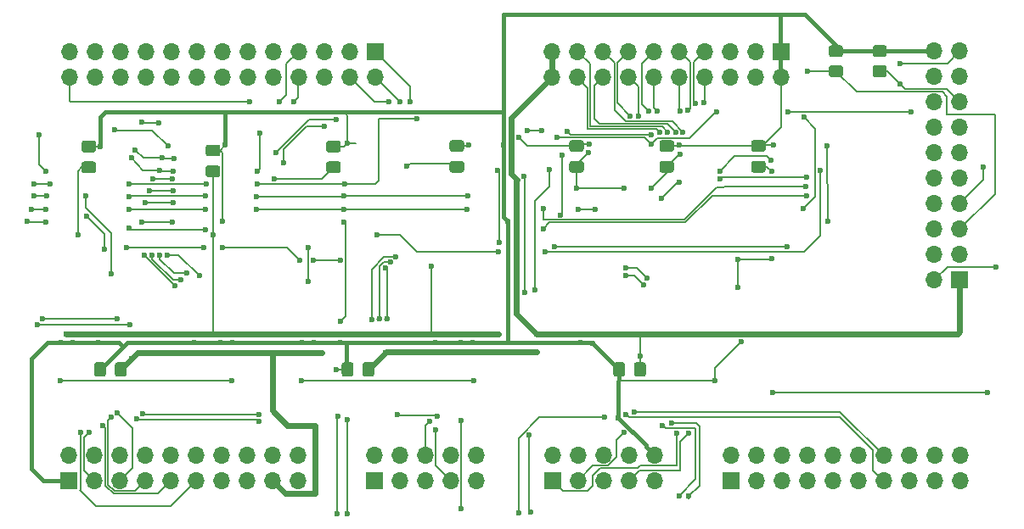
<source format=gbl>
G04 #@! TF.GenerationSoftware,KiCad,Pcbnew,(5.1.12-1-10_14)*
G04 #@! TF.CreationDate,2021-12-19T18:28:25-07:00*
G04 #@! TF.ProjectId,GenMemBlock,47656e4d-656d-4426-9c6f-636b2e6b6963,rev?*
G04 #@! TF.SameCoordinates,Original*
G04 #@! TF.FileFunction,Copper,L4,Bot*
G04 #@! TF.FilePolarity,Positive*
%FSLAX46Y46*%
G04 Gerber Fmt 4.6, Leading zero omitted, Abs format (unit mm)*
G04 Created by KiCad (PCBNEW (5.1.12-1-10_14)) date 2021-12-19 18:28:25*
%MOMM*%
%LPD*%
G01*
G04 APERTURE LIST*
G04 #@! TA.AperFunction,ComponentPad*
%ADD10O,1.700000X1.700000*%
G04 #@! TD*
G04 #@! TA.AperFunction,ComponentPad*
%ADD11R,1.700000X1.700000*%
G04 #@! TD*
G04 #@! TA.AperFunction,ViaPad*
%ADD12C,0.600000*%
G04 #@! TD*
G04 #@! TA.AperFunction,Conductor*
%ADD13C,0.127000*%
G04 #@! TD*
G04 #@! TA.AperFunction,Conductor*
%ADD14C,0.150000*%
G04 #@! TD*
G04 #@! TA.AperFunction,Conductor*
%ADD15C,0.600000*%
G04 #@! TD*
G04 #@! TA.AperFunction,Conductor*
%ADD16C,0.400000*%
G04 #@! TD*
G04 APERTURE END LIST*
D10*
X35789000Y-76690000D03*
X35789000Y-74150000D03*
X38329000Y-76690000D03*
X38329000Y-74150000D03*
X40869000Y-76690000D03*
X40869000Y-74150000D03*
X43409000Y-76690000D03*
X43409000Y-74150000D03*
X45949000Y-76690000D03*
X45949000Y-74150000D03*
X48489000Y-76690000D03*
X48489000Y-74150000D03*
X51029000Y-76690000D03*
X51029000Y-74150000D03*
X53569000Y-76690000D03*
X53569000Y-74150000D03*
X56109000Y-76690000D03*
X56109000Y-74150000D03*
X58649000Y-76690000D03*
X58649000Y-74150000D03*
X61189000Y-76690000D03*
X61189000Y-74150000D03*
X63729000Y-76690000D03*
X63729000Y-74150000D03*
X66269000Y-76690000D03*
D11*
X66269000Y-74150000D03*
G04 #@! TA.AperFunction,SMDPad,CuDef*
G36*
G01*
X38194000Y-84241000D02*
X37244000Y-84241000D01*
G75*
G02*
X36994000Y-83991000I0J250000D01*
G01*
X36994000Y-83316000D01*
G75*
G02*
X37244000Y-83066000I250000J0D01*
G01*
X38194000Y-83066000D01*
G75*
G02*
X38444000Y-83316000I0J-250000D01*
G01*
X38444000Y-83991000D01*
G75*
G02*
X38194000Y-84241000I-250000J0D01*
G01*
G37*
G04 #@! TD.AperFunction*
G04 #@! TA.AperFunction,SMDPad,CuDef*
G36*
G01*
X38194000Y-86316000D02*
X37244000Y-86316000D01*
G75*
G02*
X36994000Y-86066000I0J250000D01*
G01*
X36994000Y-85391000D01*
G75*
G02*
X37244000Y-85141000I250000J0D01*
G01*
X38194000Y-85141000D01*
G75*
G02*
X38444000Y-85391000I0J-250000D01*
G01*
X38444000Y-86066000D01*
G75*
G02*
X38194000Y-86316000I-250000J0D01*
G01*
G37*
G04 #@! TD.AperFunction*
D10*
X76327000Y-114503200D03*
X76327000Y-117043200D03*
X73787000Y-114503200D03*
X73787000Y-117043200D03*
X71247000Y-114503200D03*
X71247000Y-117043200D03*
X68707000Y-114503200D03*
X68707000Y-117043200D03*
X66167000Y-114503200D03*
D11*
X66167000Y-117043200D03*
G04 #@! TA.AperFunction,SMDPad,CuDef*
G36*
G01*
X74897000Y-84190200D02*
X73947000Y-84190200D01*
G75*
G02*
X73697000Y-83940200I0J250000D01*
G01*
X73697000Y-83265200D01*
G75*
G02*
X73947000Y-83015200I250000J0D01*
G01*
X74897000Y-83015200D01*
G75*
G02*
X75147000Y-83265200I0J-250000D01*
G01*
X75147000Y-83940200D01*
G75*
G02*
X74897000Y-84190200I-250000J0D01*
G01*
G37*
G04 #@! TD.AperFunction*
G04 #@! TA.AperFunction,SMDPad,CuDef*
G36*
G01*
X74897000Y-86265200D02*
X73947000Y-86265200D01*
G75*
G02*
X73697000Y-86015200I0J250000D01*
G01*
X73697000Y-85340200D01*
G75*
G02*
X73947000Y-85090200I250000J0D01*
G01*
X74897000Y-85090200D01*
G75*
G02*
X75147000Y-85340200I0J-250000D01*
G01*
X75147000Y-86015200D01*
G75*
G02*
X74897000Y-86265200I-250000J0D01*
G01*
G37*
G04 #@! TD.AperFunction*
G04 #@! TA.AperFunction,SMDPad,CuDef*
G36*
G01*
X94876600Y-85090200D02*
X95826600Y-85090200D01*
G75*
G02*
X96076600Y-85340200I0J-250000D01*
G01*
X96076600Y-86015200D01*
G75*
G02*
X95826600Y-86265200I-250000J0D01*
G01*
X94876600Y-86265200D01*
G75*
G02*
X94626600Y-86015200I0J250000D01*
G01*
X94626600Y-85340200D01*
G75*
G02*
X94876600Y-85090200I250000J0D01*
G01*
G37*
G04 #@! TD.AperFunction*
G04 #@! TA.AperFunction,SMDPad,CuDef*
G36*
G01*
X94876600Y-83015200D02*
X95826600Y-83015200D01*
G75*
G02*
X96076600Y-83265200I0J-250000D01*
G01*
X96076600Y-83940200D01*
G75*
G02*
X95826600Y-84190200I-250000J0D01*
G01*
X94876600Y-84190200D01*
G75*
G02*
X94626600Y-83940200I0J250000D01*
G01*
X94626600Y-83265200D01*
G75*
G02*
X94876600Y-83015200I250000J0D01*
G01*
G37*
G04 #@! TD.AperFunction*
G04 #@! TA.AperFunction,SMDPad,CuDef*
G36*
G01*
X92093200Y-106393000D02*
X92093200Y-105443000D01*
G75*
G02*
X92343200Y-105193000I250000J0D01*
G01*
X93018200Y-105193000D01*
G75*
G02*
X93268200Y-105443000I0J-250000D01*
G01*
X93268200Y-106393000D01*
G75*
G02*
X93018200Y-106643000I-250000J0D01*
G01*
X92343200Y-106643000D01*
G75*
G02*
X92093200Y-106393000I0J250000D01*
G01*
G37*
G04 #@! TD.AperFunction*
G04 #@! TA.AperFunction,SMDPad,CuDef*
G36*
G01*
X90018200Y-106393000D02*
X90018200Y-105443000D01*
G75*
G02*
X90268200Y-105193000I250000J0D01*
G01*
X90943200Y-105193000D01*
G75*
G02*
X91193200Y-105443000I0J-250000D01*
G01*
X91193200Y-106393000D01*
G75*
G02*
X90943200Y-106643000I-250000J0D01*
G01*
X90268200Y-106643000D01*
G75*
G02*
X90018200Y-106393000I0J250000D01*
G01*
G37*
G04 #@! TD.AperFunction*
G04 #@! TA.AperFunction,SMDPad,CuDef*
G36*
G01*
X40328000Y-106393000D02*
X40328000Y-105443000D01*
G75*
G02*
X40578000Y-105193000I250000J0D01*
G01*
X41253000Y-105193000D01*
G75*
G02*
X41503000Y-105443000I0J-250000D01*
G01*
X41503000Y-106393000D01*
G75*
G02*
X41253000Y-106643000I-250000J0D01*
G01*
X40578000Y-106643000D01*
G75*
G02*
X40328000Y-106393000I0J250000D01*
G01*
G37*
G04 #@! TD.AperFunction*
G04 #@! TA.AperFunction,SMDPad,CuDef*
G36*
G01*
X38253000Y-106393000D02*
X38253000Y-105443000D01*
G75*
G02*
X38503000Y-105193000I250000J0D01*
G01*
X39178000Y-105193000D01*
G75*
G02*
X39428000Y-105443000I0J-250000D01*
G01*
X39428000Y-106393000D01*
G75*
G02*
X39178000Y-106643000I-250000J0D01*
G01*
X38503000Y-106643000D01*
G75*
G02*
X38253000Y-106393000I0J250000D01*
G01*
G37*
G04 #@! TD.AperFunction*
G04 #@! TA.AperFunction,SMDPad,CuDef*
G36*
G01*
X65016800Y-106393000D02*
X65016800Y-105443000D01*
G75*
G02*
X65266800Y-105193000I250000J0D01*
G01*
X65941800Y-105193000D01*
G75*
G02*
X66191800Y-105443000I0J-250000D01*
G01*
X66191800Y-106393000D01*
G75*
G02*
X65941800Y-106643000I-250000J0D01*
G01*
X65266800Y-106643000D01*
G75*
G02*
X65016800Y-106393000I0J250000D01*
G01*
G37*
G04 #@! TD.AperFunction*
G04 #@! TA.AperFunction,SMDPad,CuDef*
G36*
G01*
X62941800Y-106393000D02*
X62941800Y-105443000D01*
G75*
G02*
X63191800Y-105193000I250000J0D01*
G01*
X63866800Y-105193000D01*
G75*
G02*
X64116800Y-105443000I0J-250000D01*
G01*
X64116800Y-106393000D01*
G75*
G02*
X63866800Y-106643000I-250000J0D01*
G01*
X63191800Y-106643000D01*
G75*
G02*
X62941800Y-106393000I0J250000D01*
G01*
G37*
G04 #@! TD.AperFunction*
G04 #@! TA.AperFunction,SMDPad,CuDef*
G36*
G01*
X85885000Y-85090200D02*
X86835000Y-85090200D01*
G75*
G02*
X87085000Y-85340200I0J-250000D01*
G01*
X87085000Y-86015200D01*
G75*
G02*
X86835000Y-86265200I-250000J0D01*
G01*
X85885000Y-86265200D01*
G75*
G02*
X85635000Y-86015200I0J250000D01*
G01*
X85635000Y-85340200D01*
G75*
G02*
X85885000Y-85090200I250000J0D01*
G01*
G37*
G04 #@! TD.AperFunction*
G04 #@! TA.AperFunction,SMDPad,CuDef*
G36*
G01*
X85885000Y-83015200D02*
X86835000Y-83015200D01*
G75*
G02*
X87085000Y-83265200I0J-250000D01*
G01*
X87085000Y-83940200D01*
G75*
G02*
X86835000Y-84190200I-250000J0D01*
G01*
X85885000Y-84190200D01*
G75*
G02*
X85635000Y-83940200I0J250000D01*
G01*
X85635000Y-83265200D01*
G75*
G02*
X85885000Y-83015200I250000J0D01*
G01*
G37*
G04 #@! TD.AperFunction*
G04 #@! TA.AperFunction,SMDPad,CuDef*
G36*
G01*
X104970600Y-84190200D02*
X104020600Y-84190200D01*
G75*
G02*
X103770600Y-83940200I0J250000D01*
G01*
X103770600Y-83265200D01*
G75*
G02*
X104020600Y-83015200I250000J0D01*
G01*
X104970600Y-83015200D01*
G75*
G02*
X105220600Y-83265200I0J-250000D01*
G01*
X105220600Y-83940200D01*
G75*
G02*
X104970600Y-84190200I-250000J0D01*
G01*
G37*
G04 #@! TD.AperFunction*
G04 #@! TA.AperFunction,SMDPad,CuDef*
G36*
G01*
X104970600Y-86265200D02*
X104020600Y-86265200D01*
G75*
G02*
X103770600Y-86015200I0J250000D01*
G01*
X103770600Y-85340200D01*
G75*
G02*
X104020600Y-85090200I250000J0D01*
G01*
X104970600Y-85090200D01*
G75*
G02*
X105220600Y-85340200I0J-250000D01*
G01*
X105220600Y-86015200D01*
G75*
G02*
X104970600Y-86265200I-250000J0D01*
G01*
G37*
G04 #@! TD.AperFunction*
G04 #@! TA.AperFunction,SMDPad,CuDef*
G36*
G01*
X50576500Y-84640000D02*
X49626500Y-84640000D01*
G75*
G02*
X49376500Y-84390000I0J250000D01*
G01*
X49376500Y-83715000D01*
G75*
G02*
X49626500Y-83465000I250000J0D01*
G01*
X50576500Y-83465000D01*
G75*
G02*
X50826500Y-83715000I0J-250000D01*
G01*
X50826500Y-84390000D01*
G75*
G02*
X50576500Y-84640000I-250000J0D01*
G01*
G37*
G04 #@! TD.AperFunction*
G04 #@! TA.AperFunction,SMDPad,CuDef*
G36*
G01*
X50576500Y-86715000D02*
X49626500Y-86715000D01*
G75*
G02*
X49376500Y-86465000I0J250000D01*
G01*
X49376500Y-85790000D01*
G75*
G02*
X49626500Y-85540000I250000J0D01*
G01*
X50576500Y-85540000D01*
G75*
G02*
X50826500Y-85790000I0J-250000D01*
G01*
X50826500Y-86465000D01*
G75*
G02*
X50576500Y-86715000I-250000J0D01*
G01*
G37*
G04 #@! TD.AperFunction*
G04 #@! TA.AperFunction,SMDPad,CuDef*
G36*
G01*
X62590700Y-84241000D02*
X61640700Y-84241000D01*
G75*
G02*
X61390700Y-83991000I0J250000D01*
G01*
X61390700Y-83316000D01*
G75*
G02*
X61640700Y-83066000I250000J0D01*
G01*
X62590700Y-83066000D01*
G75*
G02*
X62840700Y-83316000I0J-250000D01*
G01*
X62840700Y-83991000D01*
G75*
G02*
X62590700Y-84241000I-250000J0D01*
G01*
G37*
G04 #@! TD.AperFunction*
G04 #@! TA.AperFunction,SMDPad,CuDef*
G36*
G01*
X62590700Y-86316000D02*
X61640700Y-86316000D01*
G75*
G02*
X61390700Y-86066000I0J250000D01*
G01*
X61390700Y-85391000D01*
G75*
G02*
X61640700Y-85141000I250000J0D01*
G01*
X62590700Y-85141000D01*
G75*
G02*
X62840700Y-85391000I0J-250000D01*
G01*
X62840700Y-86066000D01*
G75*
G02*
X62590700Y-86316000I-250000J0D01*
G01*
G37*
G04 #@! TD.AperFunction*
D10*
X94107000Y-114503200D03*
X94107000Y-117043200D03*
X91567000Y-114503200D03*
X91567000Y-117043200D03*
X89027000Y-114503200D03*
X89027000Y-117043200D03*
X86487000Y-114503200D03*
X86487000Y-117043200D03*
X83947000Y-114503200D03*
D11*
X83947000Y-117043200D03*
D10*
X124587000Y-114503200D03*
X124587000Y-117043200D03*
X122047000Y-114503200D03*
X122047000Y-117043200D03*
X119507000Y-114503200D03*
X119507000Y-117043200D03*
X116967000Y-114503200D03*
X116967000Y-117043200D03*
X114427000Y-114503200D03*
X114427000Y-117043200D03*
X111887000Y-114503200D03*
X111887000Y-117043200D03*
X109347000Y-114503200D03*
X109347000Y-117043200D03*
X106807000Y-114503200D03*
X106807000Y-117043200D03*
X104267000Y-114503200D03*
X104267000Y-117043200D03*
X101727000Y-114503200D03*
D11*
X101727000Y-117043200D03*
D10*
X58572400Y-114503200D03*
X58572400Y-117043200D03*
X56032400Y-114503200D03*
X56032400Y-117043200D03*
X53492400Y-114503200D03*
X53492400Y-117043200D03*
X50952400Y-114503200D03*
X50952400Y-117043200D03*
X48412400Y-114503200D03*
X48412400Y-117043200D03*
X45872400Y-114503200D03*
X45872400Y-117043200D03*
X43332400Y-114503200D03*
X43332400Y-117043200D03*
X40792400Y-114503200D03*
X40792400Y-117043200D03*
X38252400Y-114503200D03*
X38252400Y-117043200D03*
X35712400Y-114503200D03*
D11*
X35712400Y-117043200D03*
D10*
X83921600Y-76690000D03*
X83921600Y-74150000D03*
X86461600Y-76690000D03*
X86461600Y-74150000D03*
X89001600Y-76690000D03*
X89001600Y-74150000D03*
X91541600Y-76690000D03*
X91541600Y-74150000D03*
X94081600Y-76690000D03*
X94081600Y-74150000D03*
X96621600Y-76690000D03*
X96621600Y-74150000D03*
X99161600Y-76690000D03*
X99161600Y-74150000D03*
X101701600Y-76690000D03*
X101701600Y-74150000D03*
X104241600Y-76690000D03*
X104241600Y-74150000D03*
X106781600Y-76690000D03*
D11*
X106781600Y-74150000D03*
D10*
X122037000Y-74140000D03*
X124577000Y-74140000D03*
X122037000Y-76680000D03*
X124577000Y-76680000D03*
X122037000Y-79220000D03*
X124577000Y-79220000D03*
X122037000Y-81760000D03*
X124577000Y-81760000D03*
X122037000Y-84300000D03*
X124577000Y-84300000D03*
X122037000Y-86840000D03*
X124577000Y-86840000D03*
X122037000Y-89380000D03*
X124577000Y-89380000D03*
X122037000Y-91920000D03*
X124577000Y-91920000D03*
X122037000Y-94460000D03*
X124577000Y-94460000D03*
X122037000Y-97000000D03*
D11*
X124577000Y-97000000D03*
G04 #@! TA.AperFunction,SMDPad,CuDef*
G36*
G01*
X112667201Y-74733200D02*
X111767199Y-74733200D01*
G75*
G02*
X111517200Y-74483201I0J249999D01*
G01*
X111517200Y-73783199D01*
G75*
G02*
X111767199Y-73533200I249999J0D01*
G01*
X112667201Y-73533200D01*
G75*
G02*
X112917200Y-73783199I0J-249999D01*
G01*
X112917200Y-74483201D01*
G75*
G02*
X112667201Y-74733200I-249999J0D01*
G01*
G37*
G04 #@! TD.AperFunction*
G04 #@! TA.AperFunction,SMDPad,CuDef*
G36*
G01*
X112667201Y-76733200D02*
X111767199Y-76733200D01*
G75*
G02*
X111517200Y-76483201I0J249999D01*
G01*
X111517200Y-75783199D01*
G75*
G02*
X111767199Y-75533200I249999J0D01*
G01*
X112667201Y-75533200D01*
G75*
G02*
X112917200Y-75783199I0J-249999D01*
G01*
X112917200Y-76483201D01*
G75*
G02*
X112667201Y-76733200I-249999J0D01*
G01*
G37*
G04 #@! TD.AperFunction*
G04 #@! TA.AperFunction,SMDPad,CuDef*
G36*
G01*
X117036001Y-74733200D02*
X116135999Y-74733200D01*
G75*
G02*
X115886000Y-74483201I0J249999D01*
G01*
X115886000Y-73783199D01*
G75*
G02*
X116135999Y-73533200I249999J0D01*
G01*
X117036001Y-73533200D01*
G75*
G02*
X117286000Y-73783199I0J-249999D01*
G01*
X117286000Y-74483201D01*
G75*
G02*
X117036001Y-74733200I-249999J0D01*
G01*
G37*
G04 #@! TD.AperFunction*
G04 #@! TA.AperFunction,SMDPad,CuDef*
G36*
G01*
X117036001Y-76733200D02*
X116135999Y-76733200D01*
G75*
G02*
X115886000Y-76483201I0J249999D01*
G01*
X115886000Y-75783199D01*
G75*
G02*
X116135999Y-75533200I249999J0D01*
G01*
X117036001Y-75533200D01*
G75*
G02*
X117286000Y-75783199I0J-249999D01*
G01*
X117286000Y-76483201D01*
G75*
G02*
X117036001Y-76733200I-249999J0D01*
G01*
G37*
G04 #@! TD.AperFunction*
D12*
X94640400Y-82194400D03*
X105714808Y-85039200D03*
X100634800Y-86105996D03*
X93544631Y-80094187D03*
X94437200Y-80094187D03*
X91729436Y-80602209D03*
X92506800Y-80602209D03*
X96977200Y-82194400D03*
X96250189Y-82193269D03*
X95453200Y-82194400D03*
X88239600Y-89966800D03*
X86512400Y-89966800D03*
X96674349Y-80096035D03*
X81178398Y-98229765D03*
X81127600Y-86614000D03*
X82245200Y-97975754D03*
X83667600Y-85953600D03*
X82905600Y-82042000D03*
X81432400Y-82042000D03*
X98241448Y-79346620D03*
X93037031Y-97457523D03*
X91276803Y-96531600D03*
X99060000Y-79298800D03*
X93379157Y-96816043D03*
X91290150Y-95804711D03*
X97485200Y-80060800D03*
X36626800Y-92456000D03*
X82346800Y-102362000D03*
X82346800Y-104140000D03*
X67310000Y-104241600D03*
X60960014Y-104241600D03*
X35509200Y-102362000D03*
X36830000Y-102362000D03*
X41249600Y-102362000D03*
X45669200Y-102362000D03*
X50139600Y-102362000D03*
X51460400Y-102362000D03*
X41971550Y-104861950D03*
X45720000Y-104241600D03*
X50698400Y-104241600D03*
X69748400Y-104140000D03*
X74879200Y-104140000D03*
X75539600Y-102362000D03*
X74218800Y-102362000D03*
X92680700Y-104575700D03*
X93167200Y-102362000D03*
X88696800Y-102362000D03*
X87376000Y-102362000D03*
X102057200Y-102362000D03*
X97637600Y-102362000D03*
X78536800Y-102412800D03*
X50088800Y-92506800D03*
X59639200Y-93776800D03*
X59639200Y-97129600D03*
X69799200Y-102362000D03*
X56184800Y-86868000D03*
X103378000Y-102362000D03*
X69410290Y-85648802D03*
X86360000Y-87782400D03*
X87579200Y-84226400D03*
X93776800Y-87833200D03*
X71882000Y-95605600D03*
X102412800Y-94894400D03*
X102412800Y-97704277D03*
X105816400Y-94843600D03*
X91135200Y-87832700D03*
X80400598Y-86969600D03*
X96672404Y-84429600D03*
X105816400Y-86156798D03*
X81584800Y-112471200D03*
X81751449Y-120192809D03*
X89154000Y-110693200D03*
X80568800Y-120243600D03*
X91287600Y-110388400D03*
X92113455Y-110146856D03*
X91059000Y-112242600D03*
X96570800Y-118567200D03*
X94945200Y-111506000D03*
X97536000Y-118567200D03*
X95853882Y-111279580D03*
X96316800Y-112301310D03*
X97553490Y-112301310D03*
X118584690Y-77368400D03*
X109224800Y-87625200D03*
X83058000Y-89814400D03*
X49377600Y-89916000D03*
X54457600Y-89916000D03*
X63195200Y-89916000D03*
X41724279Y-89916000D03*
X108966000Y-89865200D03*
X75438000Y-89916002D03*
X93776800Y-82448400D03*
X109016800Y-80721200D03*
X84937600Y-84480400D03*
X85445600Y-82143600D03*
X84785200Y-90492279D03*
X128219200Y-95656400D03*
X54762400Y-82346800D03*
X54508400Y-86106000D03*
X51308000Y-83515200D03*
X38825300Y-83653500D03*
X60198000Y-103225600D03*
X59029600Y-103225600D03*
X36169600Y-103225600D03*
X34950400Y-103225600D03*
X50850800Y-103225600D03*
X52070000Y-103225600D03*
X48260000Y-103225600D03*
X38709600Y-103225600D03*
X72339200Y-103225600D03*
X62382400Y-105968800D03*
X62788800Y-103225600D03*
X76047600Y-103225600D03*
X74828400Y-103225600D03*
X87974850Y-103287150D03*
X100134500Y-107078700D03*
X51028600Y-91109802D03*
X63491242Y-83320756D03*
X62839600Y-101092000D03*
X63195199Y-91186000D03*
X106019600Y-83515200D03*
X102768400Y-103124000D03*
X86766400Y-103225600D03*
X75641200Y-83515200D03*
X87630000Y-83413600D03*
X79502000Y-91135200D03*
X96621600Y-83464398D03*
X90525600Y-110744000D03*
X111404400Y-91135200D03*
X111353600Y-83566000D03*
X49428400Y-87376000D03*
X54508400Y-87376000D03*
X63246000Y-87376004D03*
X70459600Y-80873600D03*
X109372400Y-76149200D03*
X41724279Y-87376000D03*
X53797200Y-79197200D03*
X46075600Y-91186000D03*
X43010110Y-91186000D03*
X46177200Y-89255600D03*
X43383200Y-89255600D03*
X44704000Y-81330800D03*
X43018843Y-81237957D03*
X46126400Y-88087200D03*
X43738800Y-88087200D03*
X46278800Y-97536000D03*
X43281600Y-94488000D03*
X46075600Y-86868000D03*
X44094402Y-86868000D03*
X46926500Y-96939100D03*
X44061572Y-94476586D03*
X46126400Y-86106000D03*
X44754800Y-86004400D03*
X41960800Y-84785200D03*
X44788490Y-94488314D03*
X47488005Y-96312390D03*
X46193011Y-84836000D03*
X45077090Y-84785200D03*
X42349710Y-83972400D03*
X48768000Y-96570800D03*
X45567600Y-94488000D03*
X45593000Y-83591400D03*
X40335200Y-81991200D03*
X62382400Y-80939410D03*
X56388000Y-84277210D03*
X61214000Y-81635600D03*
X57150000Y-85293200D03*
X56692800Y-79197200D03*
X58166000Y-79197200D03*
X33477200Y-91186000D03*
X31597600Y-91135200D03*
X33477200Y-89916000D03*
X32037310Y-89916000D03*
X39306500Y-93891100D03*
X32291321Y-88544399D03*
X33526344Y-88595200D03*
X37490396Y-90576400D03*
X39941500Y-96405700D03*
X37388800Y-88595200D03*
X33832812Y-87376000D03*
X32291313Y-87372986D03*
X40538400Y-100838000D03*
X33104110Y-100838000D03*
X33426388Y-86106000D03*
X32799343Y-82499200D03*
X41846500Y-101434900D03*
X32613600Y-101447604D03*
X93801700Y-83387700D03*
X84378800Y-82753200D03*
X100330000Y-80162400D03*
X119735600Y-80162400D03*
X107442000Y-80162400D03*
X109270800Y-86715600D03*
X118584690Y-75336400D03*
X36880800Y-112166400D03*
X39116000Y-111556800D03*
X39928800Y-110693200D03*
X40576500Y-110274100D03*
X37795200Y-112166400D03*
X54660802Y-111132899D03*
X42463775Y-110847364D03*
X54666437Y-110405909D03*
X43116500Y-110299504D03*
X72440800Y-110617000D03*
X68529200Y-110439200D03*
X72288400Y-111963208D03*
X71736943Y-111073657D03*
X74828400Y-111048800D03*
X74828400Y-119786400D03*
X49377599Y-88595199D03*
X54457600Y-88646000D03*
X63195200Y-88595200D03*
X41724279Y-88646000D03*
X75488800Y-88595200D03*
X109270800Y-88595200D03*
X83058000Y-91846400D03*
X67614800Y-79197200D03*
X67441159Y-100889084D03*
X67324557Y-95737312D03*
X68732400Y-79197200D03*
X66714158Y-100884994D03*
X67816708Y-95202211D03*
X34861500Y-107048300D03*
X51968400Y-107035600D03*
X58928000Y-107035600D03*
X76098400Y-107035600D03*
X105918000Y-108254800D03*
X127355600Y-108254800D03*
X126949200Y-85699600D03*
X69748400Y-79197200D03*
X65938402Y-100939600D03*
X68329916Y-94687270D03*
X62534800Y-110591600D03*
X62484000Y-120294400D03*
X63500000Y-110947200D03*
X63500000Y-120294400D03*
X66497200Y-92456000D03*
X78587600Y-94183200D03*
X83261203Y-94183203D03*
X110675710Y-86055202D03*
X107340400Y-93624400D03*
X84175600Y-93624400D03*
X78638400Y-93268800D03*
X49326802Y-91948000D03*
X41775079Y-91795600D03*
X41452800Y-93726000D03*
X49174400Y-93726000D03*
X51054000Y-93726000D03*
X58724800Y-94996000D03*
X60131323Y-94996000D03*
X62806290Y-94995991D03*
X79079790Y-83515200D03*
X80568800Y-82753200D03*
X100634800Y-86918800D03*
X78468590Y-86055200D03*
X94792800Y-88849200D03*
X96570800Y-87223600D03*
D13*
X86327200Y-76690000D02*
X87426800Y-77789600D01*
X87426800Y-77789600D02*
X87426800Y-81889600D01*
X94340401Y-81894401D02*
X94640400Y-82194400D01*
X87431601Y-81894401D02*
X94340401Y-81894401D01*
X87426800Y-81889600D02*
X87431601Y-81894401D01*
X105714808Y-85039200D02*
X105298022Y-84622414D01*
X102118382Y-84622414D02*
X100634800Y-86105996D01*
X105298022Y-84622414D02*
X102118382Y-84622414D01*
X92862400Y-75369200D02*
X94081600Y-74150000D01*
X92862400Y-79411956D02*
X92862400Y-75369200D01*
X93544631Y-80094187D02*
X92862400Y-79411956D01*
X94081600Y-79738587D02*
X94437200Y-80094187D01*
X94081600Y-76690000D02*
X94081600Y-79738587D01*
X90424000Y-75267600D02*
X91541600Y-74150000D01*
X90424000Y-79296773D02*
X90424000Y-75267600D01*
X91729436Y-80602209D02*
X90424000Y-79296773D01*
X92506800Y-77655200D02*
X91541600Y-76690000D01*
X92506800Y-80602209D02*
X92506800Y-77655200D01*
X90170000Y-80019138D02*
X91278440Y-81127578D01*
X91278440Y-81127578D02*
X95910378Y-81127578D01*
X95910378Y-81127578D02*
X96977200Y-82194400D01*
X90170000Y-75318400D02*
X90170000Y-80019138D01*
X89001600Y-74150000D02*
X90170000Y-75318400D01*
X89001600Y-76690000D02*
X88151601Y-77539999D01*
X88151601Y-77539999D02*
X88151601Y-80864474D01*
X95438509Y-81381589D02*
X96250189Y-82193269D01*
X88668716Y-81381589D02*
X95438509Y-81381589D01*
X88151601Y-80864474D02*
X88668716Y-81381589D01*
X87680802Y-75369202D02*
X87680802Y-81635600D01*
X87680802Y-81635600D02*
X94894400Y-81635600D01*
X94894400Y-81635600D02*
X95453200Y-82194400D01*
X86461600Y-74150000D02*
X87680802Y-75369202D01*
X88239600Y-89966800D02*
X86512400Y-89966800D01*
X86512400Y-89966800D02*
X86563200Y-89966800D01*
X96621600Y-80043286D02*
X96674349Y-80096035D01*
X96621600Y-76690000D02*
X96621600Y-80043286D01*
X81178398Y-86664798D02*
X81127600Y-86614000D01*
X81178398Y-98229765D02*
X81178398Y-86664798D01*
X83667600Y-87630000D02*
X83667600Y-85953600D01*
X82245200Y-89052400D02*
X83667600Y-87630000D01*
X82245200Y-97975754D02*
X82245200Y-89052400D01*
X82905600Y-82042000D02*
X81432400Y-82042000D01*
X81432400Y-82042000D02*
X81432400Y-82042000D01*
X98077310Y-79182482D02*
X98241448Y-79346620D01*
X99161600Y-74150000D02*
X98077310Y-75234290D01*
X98077310Y-75234290D02*
X98077310Y-79182482D01*
X93037031Y-97457523D02*
X92111108Y-96531600D01*
X92111108Y-96531600D02*
X91276803Y-96531600D01*
X99161600Y-76690000D02*
X99161600Y-79197200D01*
X99161600Y-79197200D02*
X99060000Y-79298800D01*
X92367825Y-95804711D02*
X91290150Y-95804711D01*
X93379157Y-96816043D02*
X92367825Y-95804711D01*
X96621600Y-74150000D02*
X97688400Y-75216800D01*
X97688400Y-79857600D02*
X97485200Y-80060800D01*
X97688400Y-75216800D02*
X97688400Y-79857600D01*
D14*
X50088800Y-86140200D02*
X50101500Y-86127500D01*
X36626800Y-92456000D02*
X36626800Y-92456000D01*
D15*
X124577000Y-97000000D02*
X124577000Y-102143400D01*
X124577000Y-102143400D02*
X124358400Y-102362000D01*
X82346800Y-102362000D02*
X82346800Y-102362000D01*
D13*
X92680700Y-102492900D02*
X92811600Y-102362000D01*
X92680700Y-105918000D02*
X92680700Y-104575700D01*
D15*
X92811600Y-102362000D02*
X88696800Y-102362000D01*
X124358400Y-102362000D02*
X103378000Y-102362000D01*
X67382300Y-104140000D02*
X67310000Y-104241600D01*
X82346800Y-104140000D02*
X74879200Y-104140000D01*
X67310000Y-104241600D02*
X65604300Y-105918000D01*
X42591900Y-104241600D02*
X41971550Y-104861950D01*
X56032400Y-104241600D02*
X50698400Y-104241600D01*
X60299600Y-118313200D02*
X60299600Y-111506000D01*
X56032400Y-110032800D02*
X56032400Y-104241600D01*
X60292599Y-118320201D02*
X60299600Y-118313200D01*
X57309401Y-118320201D02*
X60292599Y-118320201D01*
X60299600Y-111506000D02*
X57505600Y-111506000D01*
X57505600Y-111506000D02*
X56032400Y-110032800D01*
X56032400Y-117043200D02*
X57309401Y-118320201D01*
X56032400Y-104241600D02*
X60960014Y-104241600D01*
X35509200Y-102362000D02*
X35509200Y-102362000D01*
X36830000Y-102362000D02*
X35509200Y-102362000D01*
X41249600Y-102362000D02*
X36830000Y-102362000D01*
X45669200Y-102362000D02*
X41249600Y-102362000D01*
X50139600Y-102362000D02*
X45669200Y-102362000D01*
X51460400Y-102362000D02*
X50139600Y-102362000D01*
X41971550Y-104861950D02*
X40915500Y-105918000D01*
X45720000Y-104241600D02*
X42591900Y-104241600D01*
X50698400Y-104241600D02*
X45720000Y-104241600D01*
X69748400Y-104140000D02*
X67382300Y-104140000D01*
X74879200Y-104140000D02*
X69748400Y-104140000D01*
X75539600Y-102362000D02*
X74218800Y-102362000D01*
D13*
X92680700Y-104575700D02*
X92680700Y-102492900D01*
D15*
X93167200Y-102362000D02*
X92811600Y-102362000D01*
X88696800Y-102362000D02*
X87376000Y-102362000D01*
X87376000Y-102362000D02*
X82346800Y-102362000D01*
X102057200Y-102362000D02*
X97637600Y-102362000D01*
X97637600Y-102362000D02*
X93167200Y-102362000D01*
X83921600Y-74150000D02*
X83921600Y-76690000D01*
X75539600Y-102362000D02*
X78486000Y-102362000D01*
X78486000Y-102362000D02*
X78536800Y-102412800D01*
D14*
X36626800Y-86095700D02*
X36626800Y-92456000D01*
X36994000Y-85728500D02*
X36626800Y-86095700D01*
X37719000Y-85728500D02*
X36994000Y-85728500D01*
D13*
X50088800Y-92506800D02*
X50101500Y-92494100D01*
X50088800Y-102311200D02*
X50139600Y-102362000D01*
X50101500Y-86127500D02*
X50088800Y-92506800D01*
X50088800Y-92506800D02*
X50088800Y-102311200D01*
X59639200Y-93776800D02*
X59639200Y-93776800D01*
X59639200Y-93776800D02*
X59639200Y-97129600D01*
X59639200Y-97129600D02*
X59639200Y-97129600D01*
D15*
X69799200Y-102362000D02*
X51460400Y-102362000D01*
D13*
X62115700Y-85728500D02*
X61832800Y-85445600D01*
X60976200Y-86868000D02*
X56184800Y-86868000D01*
X62115700Y-85728500D02*
X60976200Y-86868000D01*
X104881600Y-85677700D02*
X104981700Y-85677700D01*
X104881600Y-85677700D02*
X104881600Y-85933200D01*
X102412800Y-96977200D02*
X102412800Y-96977200D01*
D15*
X103378000Y-102362000D02*
X102057200Y-102362000D01*
X74218800Y-102362000D02*
X71628000Y-102362000D01*
X71628000Y-102362000D02*
X69799200Y-102362000D01*
D13*
X69449680Y-85677700D02*
X69439188Y-85677700D01*
X69439188Y-85677700D02*
X69410290Y-85648802D01*
X69732580Y-85394800D02*
X69449680Y-85677700D01*
X74139100Y-85394800D02*
X69732580Y-85394800D01*
X74422000Y-85677700D02*
X74139100Y-85394800D01*
X86360000Y-85677700D02*
X86360000Y-87782400D01*
X86360000Y-87782400D02*
X86360000Y-87782400D01*
X86360000Y-85677700D02*
X86360000Y-85496400D01*
X86360000Y-85677700D02*
X86360000Y-85445600D01*
X86360000Y-85445600D02*
X87579200Y-84226400D01*
X87579200Y-84226400D02*
X87579200Y-84226400D01*
X95351600Y-85677700D02*
X95351600Y-86258400D01*
X95351600Y-86258400D02*
X93776800Y-87833200D01*
X93776800Y-87833200D02*
X93776800Y-87833200D01*
X71882000Y-96029864D02*
X71882000Y-95605600D01*
X71628000Y-102362000D02*
X71882000Y-102108000D01*
X71882000Y-102108000D02*
X71882000Y-96029864D01*
X102412800Y-97704277D02*
X102412800Y-94894400D01*
X102412800Y-94894400D02*
X105765600Y-94894400D01*
X105765600Y-94894400D02*
X105816400Y-94843600D01*
X95351600Y-85677700D02*
X96599700Y-84429600D01*
X96599700Y-84429600D02*
X96672404Y-84429600D01*
X105794500Y-86134898D02*
X105816400Y-86156798D01*
X104495600Y-85677700D02*
X105337302Y-85677700D01*
X105337302Y-85677700D02*
X105816400Y-86156798D01*
X81584800Y-119735600D02*
X81584800Y-119735600D01*
X81584800Y-120026160D02*
X81751449Y-120192809D01*
X81584800Y-112471200D02*
X81584800Y-120026160D01*
X89154000Y-110693200D02*
X82636858Y-110693200D01*
X82636858Y-110693200D02*
X80568800Y-112761258D01*
X80568800Y-112761258D02*
X80568800Y-120243600D01*
X91287600Y-110388400D02*
X91287600Y-110388400D01*
X91287600Y-110388400D02*
X91287600Y-110388400D01*
X116967000Y-117043200D02*
X115926499Y-116002699D01*
X115926499Y-116002699D02*
X115926499Y-114003759D01*
X112611139Y-110688399D02*
X91587599Y-110688399D01*
X115926499Y-114003759D02*
X112611139Y-110688399D01*
X91587599Y-110688399D02*
X91287600Y-110388400D01*
X116967000Y-114503200D02*
X112610656Y-110146856D01*
X112610656Y-110146856D02*
X92113455Y-110146856D01*
X91059000Y-112242600D02*
X90526499Y-112775101D01*
X91084400Y-112217200D02*
X91059000Y-112242600D01*
X89526441Y-115543701D02*
X90373200Y-114696942D01*
X90373200Y-114696942D02*
X90373200Y-112928400D01*
X87986499Y-115543701D02*
X89526441Y-115543701D01*
X90373200Y-112928400D02*
X91084400Y-112217200D01*
X86487000Y-117043200D02*
X87986499Y-115543701D01*
X96570800Y-118567200D02*
X96570800Y-118567200D01*
X98247200Y-111829359D02*
X98223840Y-111805999D01*
X98223840Y-111805999D02*
X95245199Y-111805999D01*
X98247200Y-116890800D02*
X98247200Y-111829359D01*
X95245199Y-111805999D02*
X94945200Y-111506000D01*
X96570800Y-118567200D02*
X98247200Y-116890800D01*
X97536000Y-118567200D02*
X97536000Y-118821200D01*
X98293146Y-111279580D02*
X95853882Y-111279580D01*
X98602800Y-117500400D02*
X98602800Y-111589234D01*
X98602800Y-111589234D02*
X98293146Y-111279580D01*
X97536000Y-118567200D02*
X98602800Y-117500400D01*
X92707275Y-115543701D02*
X96316800Y-115543701D01*
X84987501Y-118083701D02*
X87445439Y-118083701D01*
X92453265Y-115797711D02*
X92707275Y-115543701D01*
X87445439Y-118083701D02*
X87986499Y-117542641D01*
X83947000Y-117043200D02*
X84987501Y-118083701D01*
X87986499Y-117542641D02*
X87986499Y-116543759D01*
X87986499Y-116543759D02*
X88732547Y-115797711D01*
X88732547Y-115797711D02*
X92453265Y-115797711D01*
X96316800Y-115543701D02*
X96316800Y-112301310D01*
X96723200Y-115976400D02*
X96723200Y-113131600D01*
X92633800Y-115976400D02*
X96723200Y-115976400D01*
X91567000Y-117043200D02*
X92633800Y-115976400D01*
X96723200Y-113131600D02*
X97553490Y-112301310D01*
X124577000Y-79220000D02*
X123282489Y-77925489D01*
X117349490Y-76133200D02*
X118584690Y-77368400D01*
X119141779Y-77925489D02*
X118584690Y-77368400D01*
X116586000Y-76133200D02*
X117349490Y-76133200D01*
X123282489Y-77925489D02*
X119141779Y-77925489D01*
X83058011Y-90982789D02*
X83058000Y-90982800D01*
X83058000Y-90982800D02*
X83058000Y-90982800D01*
X83058011Y-89814411D02*
X83058000Y-89814400D01*
X83058011Y-90982789D02*
X83058011Y-89814411D01*
X49377600Y-89916000D02*
X49377600Y-89916000D01*
X62941200Y-89916000D02*
X62941200Y-89916000D01*
X54457600Y-89916000D02*
X63195200Y-89916000D01*
X49377600Y-89916000D02*
X41724279Y-89916000D01*
X75488800Y-89916000D02*
X75438002Y-89916000D01*
X75437998Y-89916000D02*
X75438000Y-89916002D01*
X75438002Y-89916000D02*
X75438000Y-89916002D01*
X63195200Y-89916000D02*
X75437998Y-89916000D01*
X110185200Y-88646000D02*
X108966000Y-89865200D01*
X110185200Y-81889600D02*
X110185200Y-88646000D01*
X109016800Y-80721200D02*
X110185200Y-81889600D01*
X93776800Y-82448400D02*
X85750400Y-82448400D01*
X85750400Y-82448400D02*
X85445600Y-82143600D01*
X84937600Y-90339879D02*
X84785200Y-90492279D01*
X84937600Y-84480400D02*
X84937600Y-90339879D01*
X123380600Y-95656400D02*
X122037000Y-97000000D01*
X128219200Y-95656400D02*
X123380600Y-95656400D01*
X54762400Y-85852000D02*
X54508400Y-86106000D01*
X54762400Y-82346800D02*
X54762400Y-85852000D01*
D14*
X50101500Y-84052500D02*
X50770700Y-84052500D01*
X50770700Y-84052500D02*
X51308000Y-83515200D01*
X51308000Y-83515200D02*
X51308000Y-83515200D01*
X37719000Y-83653500D02*
X37719000Y-83591400D01*
X37719000Y-83591400D02*
X37744400Y-83616800D01*
X37719000Y-83653500D02*
X38825300Y-83653500D01*
X38825300Y-83653500D02*
X38825300Y-83653500D01*
D16*
X112224000Y-74140000D02*
X112217200Y-74133200D01*
X122037000Y-74140000D02*
X112224000Y-74140000D01*
X38825300Y-83653500D02*
X38825300Y-80684500D01*
X38825300Y-80684500D02*
X39347400Y-80162400D01*
X51308000Y-83515200D02*
X51308000Y-80162400D01*
X41126500Y-103632000D02*
X38840500Y-105918000D01*
D13*
X75488800Y-80314800D02*
X75641200Y-80162400D01*
D16*
X63093600Y-80162400D02*
X75641200Y-80162400D01*
X33172400Y-117043200D02*
X35712400Y-117043200D01*
X32004000Y-115874800D02*
X33172400Y-117043200D01*
X32004000Y-104851200D02*
X32004000Y-115874800D01*
X33629600Y-103225600D02*
X32004000Y-104851200D01*
X40720100Y-103225600D02*
X38709600Y-103225600D01*
X41126500Y-103632000D02*
X40720100Y-103225600D01*
X41532900Y-103225600D02*
X41126500Y-103632000D01*
X80975200Y-103225600D02*
X76047600Y-103225600D01*
X87913300Y-103225600D02*
X87974850Y-103287150D01*
X80975200Y-103225600D02*
X86766400Y-103225600D01*
X63449200Y-105837900D02*
X63529300Y-105918000D01*
X63449200Y-103225600D02*
X63449200Y-105837900D01*
X60198000Y-103225600D02*
X59029600Y-103225600D01*
X59029600Y-103225600D02*
X52070000Y-103225600D01*
X36169600Y-103225600D02*
X34950400Y-103225600D01*
X34950400Y-103225600D02*
X33629600Y-103225600D01*
X50850800Y-103225600D02*
X48260000Y-103225600D01*
X52070000Y-103225600D02*
X50850800Y-103225600D01*
X48260000Y-103225600D02*
X41532900Y-103225600D01*
X38709600Y-103225600D02*
X36169600Y-103225600D01*
X72339200Y-103225600D02*
X62788800Y-103225600D01*
D13*
X62433200Y-105918000D02*
X62382400Y-105968800D01*
X63529300Y-105918000D02*
X62433200Y-105918000D01*
D16*
X62788800Y-103225600D02*
X60198000Y-103225600D01*
X76047600Y-103225600D02*
X74828400Y-103225600D01*
X74828400Y-103225600D02*
X72339200Y-103225600D01*
X90627200Y-105939500D02*
X90605700Y-105918000D01*
X87974850Y-103287150D02*
X90605700Y-105918000D01*
D13*
X100134500Y-107078700D02*
X90721100Y-107078700D01*
X90721100Y-107078700D02*
X90627200Y-106984800D01*
D16*
X90627200Y-106984800D02*
X90627200Y-105939500D01*
X112217200Y-73543372D02*
X109133428Y-70459600D01*
X112217200Y-74133200D02*
X112217200Y-73543372D01*
X106680000Y-76588400D02*
X106781600Y-76690000D01*
X106680000Y-70459600D02*
X106680000Y-76588400D01*
X109133428Y-70459600D02*
X106680000Y-70459600D01*
X39347400Y-80162400D02*
X51308000Y-80162400D01*
D13*
X51017010Y-91098212D02*
X51028600Y-91109802D01*
X51017010Y-91070590D02*
X51017010Y-91098212D01*
X51028600Y-84254600D02*
X51028600Y-91109802D01*
X50101500Y-84052500D02*
X50826500Y-84052500D01*
X50826500Y-84052500D02*
X51028600Y-84254600D01*
X63158498Y-83653500D02*
X63491242Y-83320756D01*
X63491242Y-82896492D02*
X63491242Y-83320756D01*
X62115700Y-83653500D02*
X63158498Y-83653500D01*
X63093600Y-80162400D02*
X63491242Y-80560042D01*
X63463044Y-83320756D02*
X63491242Y-83320756D01*
X63130300Y-83653500D02*
X63463044Y-83320756D01*
X63491242Y-80560042D02*
X63491242Y-82896492D01*
D16*
X62636400Y-80162400D02*
X63093600Y-80162400D01*
X51308000Y-80162400D02*
X62636400Y-80162400D01*
D13*
X63491242Y-83320756D02*
X64325181Y-83320756D01*
X63296800Y-91287601D02*
X63195199Y-91186000D01*
X63296800Y-100634800D02*
X63296800Y-91287601D01*
X62839600Y-101092000D02*
X63296800Y-100634800D01*
X104969100Y-83515200D02*
X104881600Y-83602700D01*
X106019600Y-83515200D02*
X104969100Y-83515200D01*
X106781600Y-81702700D02*
X106781600Y-76690000D01*
X104881600Y-83602700D02*
X106781600Y-81702700D01*
X100134500Y-107078700D02*
X100134500Y-105757900D01*
X100134500Y-105757900D02*
X102768400Y-103124000D01*
X102768400Y-103124000D02*
X102768400Y-103124000D01*
D16*
X86766400Y-103225600D02*
X87913300Y-103225600D01*
D13*
X75553700Y-83602700D02*
X75641200Y-83515200D01*
X74422000Y-83602700D02*
X75553700Y-83602700D01*
X86360000Y-83602700D02*
X86932900Y-83602700D01*
X87122000Y-83413600D02*
X87630000Y-83413600D01*
X86932900Y-83602700D02*
X87122000Y-83413600D01*
D16*
X79502000Y-103225600D02*
X80975200Y-103225600D01*
X79502000Y-91135200D02*
X79502000Y-103225600D01*
D13*
X96607500Y-83602700D02*
X96637132Y-83602700D01*
X95351600Y-83602700D02*
X96637132Y-83602700D01*
X96637132Y-83602700D02*
X96637132Y-83479930D01*
X96637132Y-83479930D02*
X96621600Y-83464398D01*
D16*
X93257001Y-113475401D02*
X90525600Y-110744000D01*
X94107000Y-114503200D02*
X93257001Y-113653201D01*
X93257001Y-113653201D02*
X93257001Y-113475401D01*
X90627200Y-106984800D02*
X90525600Y-107086400D01*
X90525600Y-107086400D02*
X90525600Y-110744000D01*
D13*
X104495600Y-83602700D02*
X104653398Y-83602700D01*
X111404400Y-91135200D02*
X111353600Y-83566000D01*
X111353600Y-83566000D02*
X111404400Y-83616800D01*
X104444800Y-83616800D02*
X104458900Y-83602700D01*
X104430700Y-83602700D02*
X104444800Y-83616800D01*
X104458900Y-83602700D02*
X104495600Y-83602700D01*
X95351600Y-83602700D02*
X104430700Y-83602700D01*
X49428400Y-87376000D02*
X49428400Y-87376000D01*
X128066800Y-88430200D02*
X124577000Y-91920000D01*
X128066800Y-80416400D02*
X128066800Y-88430200D01*
X122836970Y-78179499D02*
X123291600Y-78634129D01*
X114263499Y-78179499D02*
X122836970Y-78179499D01*
X112217200Y-76133200D02*
X114263499Y-78179499D01*
X123291600Y-80416400D02*
X128066800Y-80416400D01*
X123291600Y-78634129D02*
X123291600Y-80416400D01*
X63042800Y-87376000D02*
X63042800Y-87376000D01*
X63245996Y-87376000D02*
X63246000Y-87376004D01*
X54508400Y-87376000D02*
X63245996Y-87376000D01*
X70459600Y-80873600D02*
X70459600Y-80924400D01*
X109388400Y-76133200D02*
X109372400Y-76149200D01*
X112217200Y-76133200D02*
X109388400Y-76133200D01*
X66598800Y-80873600D02*
X70459600Y-80873600D01*
X66598800Y-87071200D02*
X66598800Y-80873600D01*
X66293996Y-87376004D02*
X66598800Y-87071200D01*
X63246000Y-87376004D02*
X66293996Y-87376004D01*
X49428400Y-87376000D02*
X49004136Y-87376000D01*
X49004136Y-87376000D02*
X41724279Y-87376000D01*
X35789000Y-79121400D02*
X35789000Y-76690000D01*
X35864800Y-79197200D02*
X35789000Y-79121400D01*
X53797200Y-79197200D02*
X35864800Y-79197200D01*
X43383200Y-91186000D02*
X43383200Y-91186000D01*
X46075600Y-91186000D02*
X43010110Y-91186000D01*
X46177200Y-89255600D02*
X43383200Y-89255600D01*
X43383200Y-89255600D02*
X43383200Y-89255600D01*
X44704000Y-81330800D02*
X44704000Y-81330800D01*
X44704000Y-81330800D02*
X43111686Y-81330800D01*
X43111686Y-81330800D02*
X43018843Y-81237957D01*
X44094400Y-88087200D02*
X43738800Y-88087200D01*
X46126400Y-88087200D02*
X44094400Y-88087200D01*
X46278800Y-97536000D02*
X43230800Y-94488000D01*
X43992800Y-95250000D02*
X43230800Y-94488000D01*
X43230800Y-94488000D02*
X43281600Y-94488000D01*
X46075600Y-86868000D02*
X46024800Y-86969600D01*
X46075600Y-86868000D02*
X44094402Y-86868000D01*
X44043600Y-94502742D02*
X44043600Y-94494558D01*
X44061572Y-94900850D02*
X44061572Y-94476586D01*
X44043600Y-94494558D02*
X44061572Y-94476586D01*
X46099822Y-96939100D02*
X44061572Y-94900850D01*
X46926500Y-96939100D02*
X46099822Y-96939100D01*
X44805600Y-86106000D02*
X44704000Y-86004400D01*
X46126400Y-86106000D02*
X44805600Y-86106000D01*
X44754800Y-86004400D02*
X43129200Y-86004400D01*
X43129200Y-86004400D02*
X41960800Y-84785200D01*
X41960800Y-84785200D02*
X41960800Y-84836000D01*
X44841658Y-94488000D02*
X44788804Y-94488000D01*
X44788804Y-94488000D02*
X44788490Y-94488314D01*
X44788490Y-94912578D02*
X46188302Y-96312390D01*
X46188302Y-96312390D02*
X47488005Y-96312390D01*
X44788490Y-94488314D02*
X44788490Y-94912578D01*
X46193011Y-84836000D02*
X45127890Y-84836000D01*
X45127890Y-84836000D02*
X45077090Y-84785200D01*
X42316400Y-83972400D02*
X42316400Y-83972400D01*
X45077090Y-84785200D02*
X43162510Y-84785200D01*
X43162510Y-84785200D02*
X42349710Y-83972400D01*
X45516800Y-94437200D02*
X45516800Y-94437200D01*
X48768000Y-96570800D02*
X46685200Y-94488000D01*
X46685200Y-94488000D02*
X45567600Y-94488000D01*
X40335200Y-81991200D02*
X40335200Y-81991200D01*
X40386000Y-82042000D02*
X40335200Y-81991200D01*
X44043600Y-82042000D02*
X40386000Y-82042000D01*
X45593000Y-83591400D02*
X44043600Y-82042000D01*
X62351499Y-80995099D02*
X62382400Y-80964198D01*
X62382400Y-80964198D02*
X62382400Y-80939410D01*
X62382400Y-80939410D02*
X59725800Y-80939410D01*
X59725800Y-80939410D02*
X56388000Y-84277210D01*
X61214000Y-81635600D02*
X61214000Y-81635600D01*
X57150000Y-83921600D02*
X57150000Y-85293200D01*
X59436000Y-81635600D02*
X57150000Y-83921600D01*
X61214000Y-81635600D02*
X59436000Y-81635600D01*
X57404000Y-75395000D02*
X58649000Y-74150000D01*
X57404000Y-78486000D02*
X57404000Y-75395000D01*
X56692800Y-79197200D02*
X57404000Y-78486000D01*
X58623200Y-76715800D02*
X58649000Y-76690000D01*
X58623200Y-78740000D02*
X58623200Y-76715800D01*
X58166000Y-79197200D02*
X58623200Y-78740000D01*
X31648400Y-91186000D02*
X31597600Y-91135200D01*
X33477200Y-91186000D02*
X31648400Y-91186000D01*
X33477200Y-89916000D02*
X32037310Y-89916000D01*
X32291321Y-88544399D02*
X33475543Y-88544399D01*
X33475543Y-88544399D02*
X33526344Y-88595200D01*
D14*
X39306500Y-92392500D02*
X37490400Y-90576400D01*
X37490400Y-90576400D02*
X37490396Y-90576400D01*
X39306500Y-93891100D02*
X39306500Y-92392500D01*
D13*
X37388800Y-89763600D02*
X37388800Y-88595200D01*
X39928800Y-92303600D02*
X37388800Y-89763600D01*
X39928800Y-96393000D02*
X39928800Y-92303600D01*
X39941500Y-96405700D02*
X39928800Y-96393000D01*
X32294327Y-87376000D02*
X32291313Y-87372986D01*
X33829798Y-87372986D02*
X33832812Y-87376000D01*
X32291313Y-87372986D02*
X33829798Y-87372986D01*
X40538400Y-100838000D02*
X40538400Y-100838000D01*
X40538400Y-100838000D02*
X33104110Y-100838000D01*
X32562800Y-82499200D02*
X32562800Y-82499200D01*
X33426388Y-86106000D02*
X32799343Y-85478955D01*
X32799343Y-85478955D02*
X32799343Y-82499200D01*
X41846500Y-101434900D02*
X32626304Y-101434900D01*
X32626304Y-101434900D02*
X32613600Y-101447604D01*
X93801700Y-83387700D02*
X93167200Y-82753200D01*
X93167200Y-82753200D02*
X84378800Y-82753200D01*
X100279200Y-80162400D02*
X100330000Y-80162400D01*
X97616910Y-82824690D02*
X100279200Y-80162400D01*
X94364710Y-82824690D02*
X97616910Y-82824690D01*
X93801700Y-83387700D02*
X94364710Y-82824690D01*
X100330000Y-80162400D02*
X100330000Y-80162400D01*
X119735600Y-80162400D02*
X107442000Y-80162400D01*
X107442000Y-80162400D02*
X107442000Y-80162400D01*
X109270800Y-86715600D02*
X109270800Y-86715600D01*
X124577000Y-74140000D02*
X123380600Y-75336400D01*
X123380600Y-75336400D02*
X118584690Y-75336400D01*
X45923200Y-119532400D02*
X48412400Y-117043200D01*
X38455600Y-119532400D02*
X45923200Y-119532400D01*
X36840902Y-117917702D02*
X38455600Y-119532400D01*
X36880800Y-117917702D02*
X36840902Y-117917702D01*
X36880800Y-112166400D02*
X36880800Y-117917702D01*
X44577889Y-118337711D02*
X45872400Y-117043200D01*
X40187745Y-118337711D02*
X44577889Y-118337711D01*
X39370000Y-117519966D02*
X40187745Y-118337711D01*
X39370000Y-111810800D02*
X39370000Y-117519966D01*
X39116000Y-111556800D02*
X39370000Y-111810800D01*
X42291899Y-118083701D02*
X43332400Y-117043200D01*
X40292959Y-118083701D02*
X42291899Y-118083701D01*
X39628801Y-117419543D02*
X40292959Y-118083701D01*
X39628801Y-110993199D02*
X39628801Y-117419543D01*
X39928800Y-110693200D02*
X39628801Y-110993199D01*
X42113200Y-115722400D02*
X40792400Y-117043200D01*
X42113200Y-111810800D02*
X42113200Y-115722400D01*
X40576500Y-110274100D02*
X42113200Y-111810800D01*
X37211899Y-116002699D02*
X38252400Y-117043200D01*
X37211899Y-112749701D02*
X37211899Y-116002699D01*
X37795200Y-112166400D02*
X37211899Y-112749701D01*
X42512811Y-110896400D02*
X42463775Y-110847364D01*
X54424303Y-110896400D02*
X42512811Y-110896400D01*
X54660802Y-111132899D02*
X54424303Y-110896400D01*
X54660800Y-110439200D02*
X54660800Y-110439200D01*
X43222905Y-110405909D02*
X43116500Y-110299504D01*
X54666437Y-110405909D02*
X43222905Y-110405909D01*
X72440800Y-110617000D02*
X72263000Y-110439200D01*
X68630800Y-110540800D02*
X68529200Y-110439200D01*
X72364600Y-110540800D02*
X68630800Y-110540800D01*
X72440800Y-110617000D02*
X72364600Y-110540800D01*
X72288400Y-115544600D02*
X72288400Y-111963208D01*
X73787000Y-117043200D02*
X72288400Y-115544600D01*
X71247000Y-111563600D02*
X71736943Y-111073657D01*
X71247000Y-114503200D02*
X71247000Y-111563600D01*
X74828400Y-111048800D02*
X74828400Y-119786400D01*
X74828400Y-119786400D02*
X74828400Y-119888000D01*
X62941200Y-88646000D02*
X62941200Y-88646000D01*
X63144400Y-88646000D02*
X63195200Y-88595200D01*
X54457600Y-88646000D02*
X63144400Y-88646000D01*
X63195200Y-88595200D02*
X75488800Y-88595200D01*
X49377599Y-88595199D02*
X41775080Y-88595199D01*
X41775080Y-88595199D02*
X41724279Y-88646000D01*
X75488800Y-88595200D02*
X75488800Y-88595200D01*
X83667600Y-91236800D02*
X83058000Y-91846400D01*
X97231200Y-91236800D02*
X83667600Y-91236800D01*
X99872800Y-88595200D02*
X97231200Y-91236800D01*
X109270800Y-88595200D02*
X99872800Y-88595200D01*
X83058000Y-91846400D02*
X83058000Y-91846400D01*
X67665600Y-79248000D02*
X67665600Y-79248000D01*
X63729000Y-76690000D02*
X66236200Y-79197200D01*
X66236200Y-79197200D02*
X67614800Y-79197200D01*
X67208400Y-100838000D02*
X67208400Y-100838000D01*
X67441159Y-100889084D02*
X67441159Y-95853914D01*
X67441159Y-95853914D02*
X67324557Y-95737312D01*
X68681600Y-79102600D02*
X68681600Y-79102600D01*
X66269000Y-76690000D02*
X68681600Y-79102600D01*
X68681600Y-79102600D02*
X68732400Y-79153400D01*
X68732400Y-79153400D02*
X68732400Y-79197200D01*
X66497200Y-100888800D02*
X66497200Y-100888800D01*
X66714158Y-100884994D02*
X66714158Y-95621769D01*
X66714158Y-95621769D02*
X67133716Y-95202211D01*
X67133716Y-95202211D02*
X67816708Y-95202211D01*
X34861500Y-107048300D02*
X51968400Y-107035600D01*
X51968400Y-107035600D02*
X51955700Y-107048300D01*
X58928000Y-107035600D02*
X76098400Y-107035600D01*
X76098400Y-107035600D02*
X76149200Y-107035600D01*
X124577000Y-86840000D02*
X124589600Y-86840000D01*
X105918000Y-108254800D02*
X105867200Y-108254800D01*
X116535200Y-108254800D02*
X105918000Y-108254800D01*
X127355600Y-108254800D02*
X116535200Y-108254800D01*
X126949200Y-87007800D02*
X126949200Y-85699600D01*
X124577000Y-89380000D02*
X126949200Y-87007800D01*
X66269000Y-74150000D02*
X69748400Y-77629400D01*
X69748400Y-77629400D02*
X69748400Y-79197200D01*
X69748400Y-79197200D02*
X69748400Y-79197200D01*
X65836800Y-100838000D02*
X65836800Y-100838000D01*
X65938402Y-95907849D02*
X67158981Y-94687270D01*
X67158981Y-94687270D02*
X68329916Y-94687270D01*
X65938402Y-100939600D02*
X65938402Y-95907849D01*
X62534800Y-110591600D02*
X62484000Y-110591600D01*
X62484000Y-110591600D02*
X62484000Y-120294400D01*
X62484000Y-120294400D02*
X62484000Y-120294400D01*
X63500000Y-110947200D02*
X63500000Y-120294400D01*
X63500000Y-120294400D02*
X63500000Y-120294400D01*
X68732400Y-92456000D02*
X68732400Y-92456000D01*
X70459600Y-94183200D02*
X78587600Y-94183200D01*
X68732400Y-92456000D02*
X70459600Y-94183200D01*
X66497200Y-92456000D02*
X68732400Y-92456000D01*
X83261203Y-94183203D02*
X101650797Y-94183203D01*
X101650797Y-94183203D02*
X101650800Y-94183200D01*
X110675710Y-92524290D02*
X110675710Y-86055202D01*
X101650797Y-94183203D02*
X109016797Y-94183203D01*
X109016797Y-94183203D02*
X110675710Y-92524290D01*
X107340400Y-93624400D02*
X84175600Y-93624400D01*
X84175600Y-93624400D02*
X84175600Y-93624400D01*
X78638400Y-86055200D02*
X78638400Y-86055200D01*
X41910000Y-91795600D02*
X41910000Y-91795600D01*
X41927479Y-91948000D02*
X41775079Y-91795600D01*
X49326802Y-91948000D02*
X41927479Y-91948000D01*
X41452800Y-93726000D02*
X49174400Y-93726000D01*
X49174400Y-93726000D02*
X49174400Y-93726000D01*
X51054000Y-93726000D02*
X57454800Y-93726000D01*
X57454800Y-93726000D02*
X58724800Y-94996000D01*
X58724800Y-94996000D02*
X58724800Y-94996000D01*
X60131323Y-94996000D02*
X62806281Y-94996000D01*
X62806281Y-94996000D02*
X62806290Y-94995991D01*
X91084900Y-87782400D02*
X91135200Y-87832700D01*
X86360000Y-87782400D02*
X91084900Y-87782400D01*
D15*
X80314800Y-87055398D02*
X80400598Y-86969600D01*
X80314800Y-100330000D02*
X80314800Y-87055398D01*
X82346800Y-102362000D02*
X80314800Y-100330000D01*
X79806800Y-80804800D02*
X79806800Y-86375802D01*
X83921600Y-76690000D02*
X79806800Y-80804800D01*
X79806800Y-86375802D02*
X80400598Y-86969600D01*
D13*
X100286549Y-87775051D02*
X97078811Y-90982789D01*
X109224800Y-87625200D02*
X101162344Y-87625200D01*
X101162344Y-87625200D02*
X101012493Y-87775051D01*
X101012493Y-87775051D02*
X100286549Y-87775051D01*
X97078811Y-90982789D02*
X83058011Y-90982789D01*
D16*
X75641200Y-80162400D02*
X79095600Y-80162400D01*
X79095600Y-70459600D02*
X79095600Y-80162400D01*
X79095600Y-80162400D02*
X79044800Y-80213200D01*
X106680000Y-70459600D02*
X79095600Y-70459600D01*
X79095600Y-83531010D02*
X79079790Y-83515200D01*
X79502000Y-91135200D02*
X79095600Y-90728800D01*
X79095600Y-90728800D02*
X79095600Y-83531010D01*
X79095600Y-83499390D02*
X79079790Y-83515200D01*
X79095600Y-80213200D02*
X79095600Y-83499390D01*
D13*
X86360000Y-83602700D02*
X81418300Y-83602700D01*
X81418300Y-83602700D02*
X80568800Y-82753200D01*
X109270800Y-86715600D02*
X100838000Y-86715600D01*
X100838000Y-86715600D02*
X100634800Y-86918800D01*
X78638400Y-86225010D02*
X78468590Y-86055200D01*
X78638400Y-93268800D02*
X78638400Y-86225010D01*
D14*
X94792800Y-88849200D02*
X96418400Y-87223600D01*
X96418400Y-87223600D02*
X96570800Y-87223600D01*
M02*

</source>
